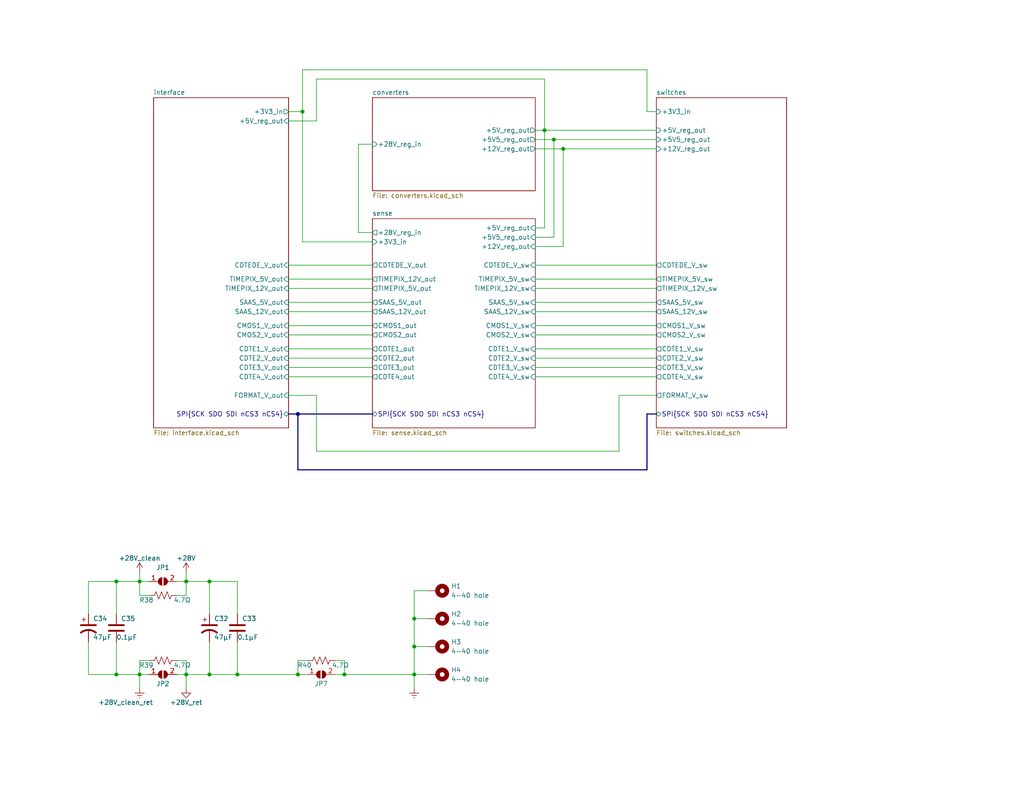
<source format=kicad_sch>
(kicad_sch (version 20230121) (generator eeschema)
  (paper "USLetter")
  (title_block (title "FOXSI-4 Power") (date "2023-05-31") (rev "2") (company "University of Minnesota"))
  (lib_symbols
    (symbol "Device:C" (pin_numbers hide) (pin_names (offset 0.254))
      (property "Reference" "C" (at 0.635 2.54 0))
      (property "Value" "C" (at 0.635 -2.54 0))
      (symbol "C_0_1"
        (polyline (pts (xy -2.032 -0.762) (xy 2.032 -0.762)) (stroke (width 0.508)))
        (polyline (pts (xy -2.032 0.762) (xy 2.032 0.762)) (stroke (width 0.508)))
      )
      (symbol "C_1_1"
        (pin passive line (at 0 3.81 270) (length 2.794) (name "~") (number "1"))
        (pin passive line (at 0 -3.81 90) (length 2.794) (name "~") (number "2"))
      )
    )
    (symbol "Device:C_Polarized_US" (pin_numbers hide) (pin_names (offset 0.254) hide)
      (property "Reference" "C" (at 0.635 2.54 0))
      (property "Value" "C_Polarized_US" (at 0.635 -2.54 0))
      (symbol "C_Polarized_US_0_1"
        (polyline (pts (xy -2.032 0.762) (xy 2.032 0.762)) (stroke (width 0.508)))
        (polyline (pts (xy -1.778 2.286) (xy -0.762 2.286)))
        (polyline (pts (xy -1.27 1.778) (xy -1.27 2.794)))
        (arc (start 2.032 -1.27) (mid 0 -0.5572) (end -2.032 -1.27) (stroke (width 0.508)))
      )
      (symbol "C_Polarized_US_1_1"
        (pin passive line (at 0 3.81 270) (length 2.794) (name "~") (number "1"))
        (pin passive line (at 0 -3.81 90) (length 3.302) (name "~") (number "2"))
      )
    )
    (symbol "Device:R_US" (pin_numbers hide) (pin_names (offset 0))
      (property "Reference" "R" (at 2.54 0 90))
      (property "Value" "R_US" (at -2.54 0 90))
      (symbol "R_US_0_1"
        (polyline (pts (xy 0 -2.286) (xy 0 -2.54)))
        (polyline (pts (xy 0 2.286) (xy 0 2.54)))
        (polyline (pts (xy 0 -0.762) (xy 1.016 -1.143) (xy 0 -1.524) (xy -1.016 -1.905) (xy 0 -2.286)))
        (polyline (pts (xy 0 0.762) (xy 1.016 0.381) (xy 0 0) (xy -1.016 -0.381) (xy 0 -0.762)))
        (polyline (pts (xy 0 2.286) (xy 1.016 1.905) (xy 0 1.524) (xy -1.016 1.143) (xy 0 0.762)))
      )
      (symbol "R_US_1_1"
        (pin passive line (at 0 3.81 270) (length 1.27) (name "~") (number "1"))
        (pin passive line (at 0 -3.81 90) (length 1.27) (name "~") (number "2"))
      )
    )
    (symbol "Jumper:SolderJumper_2_Open" (pin_names (offset 0) hide)
      (property "Reference" "JP" (at 0 2.032 0))
      (property "Value" "SolderJumper_2_Open" (at 0 -2.54 0))
      (symbol "SolderJumper_2_Open_0_1"
        (arc (start -0.254 1.016) (mid -1.2656 0) (end -0.254 -1.016))
        (arc (start -0.254 1.016) (mid -1.2656 0) (end -0.254 -1.016) (fill (type outline)))
        (polyline (pts (xy -0.254 1.016) (xy -0.254 -1.016)))
        (polyline (pts (xy 0.254 1.016) (xy 0.254 -1.016)))
        (arc (start 0.254 -1.016) (mid 1.2656 0) (end 0.254 1.016))
        (arc (start 0.254 -1.016) (mid 1.2656 0) (end 0.254 1.016) (fill (type outline)))
      )
      (symbol "SolderJumper_2_Open_1_1"
        (pin passive line (at -3.81 0 0) (length 2.54) (name "A") (number "1"))
        (pin passive line (at 3.81 0 180) (length 2.54) (name "B") (number "2"))
      )
    )
    (symbol "Mechanical:MountingHole_Pad" (pin_numbers hide) (pin_names (offset 1.016) hide)
      (property "Reference" "H" (at 0 6.35 0))
      (property "Value" "MountingHole_Pad" (at 0 4.445 0))
      (symbol "MountingHole_Pad_0_1"
        (circle (center 0 1.27) (radius 1.27) (stroke (width 1.27)))
      )
      (symbol "MountingHole_Pad_1_1"
        (pin input line (at 0 -2.54 90) (length 2.54) (name "1") (number "1"))
      )
    )
    (symbol "power:+28V" (power) (pin_names (offset 0))
      (property "Value" "+28V" (at 0 3.81 0))
      (symbol "+28V_0_1"
        (polyline (pts (xy -0.762 1.27) (xy 0 2.54)))
        (polyline (pts (xy 0 0) (xy 0 2.54)))
        (polyline (pts (xy 0 2.54) (xy 0.762 1.27)))
      )
      (symbol "+28V_1_1"
        (pin power_in line (at 0 0 90) (length 0) hide (name "+28V") (number "1"))
      )
    )
    (symbol "power:+28V_clean" (power) (pin_names (offset 0))
      (property "Value" "+28V_clean" (at 0 3.556 0))
      (symbol "+28V_clean_0_1"
        (polyline (pts (xy -0.762 1.27) (xy 0 2.54)))
        (polyline (pts (xy 0 0) (xy 0 2.54)))
        (polyline (pts (xy 0 2.54) (xy 0.762 1.27)))
      )
      (symbol "+28V_clean_1_1"
        (pin power_in line (at 0 0 90) (length 0) hide (name "+28V_clean") (number "1"))
      )
    )
    (symbol "power:+28V_clean_ret" (power) (pin_names (offset 0))
      (symbol "+28V_clean_ret_0_1"
        (polyline (pts (xy -0.635 -1.905) (xy 0.635 -1.905)))
        (polyline (pts (xy -0.127 -2.54) (xy 0.127 -2.54)))
        (polyline (pts (xy 0 -1.27) (xy 0 0)))
        (polyline (pts (xy 1.27 -1.27) (xy -1.27 -1.27)))
      )
      (symbol "+28V_clean_ret_1_1"
        (pin power_in line (at 0 0 270) (length 0) hide (name "+28V_clean_ret") (number "1"))
      )
    )
    (symbol "power:+28V_ret" (power) (pin_names (offset 0))
      (property "Value" "+28V_ret" (at 0 -3.81 0))
      (symbol "+28V_ret_0_1"
        (polyline (pts (xy 0 0) (xy 0 -1.27) (xy 1.27 -1.27) (xy 0 -2.54) (xy -1.27 -1.27) (xy 0 -1.27)))
      )
      (symbol "+28V_ret_1_1"
        (pin power_in line (at 0 0 270) (length 0) hide (name "+28V_ret") (number "1"))
      )
    )
    (symbol "power:Earth" (power) (pin_names (offset 0))
      (symbol "Earth_0_1"
        (polyline (pts (xy -0.635 -1.905) (xy 0.635 -1.905)))
        (polyline (pts (xy -0.127 -2.54) (xy 0.127 -2.54)))
        (polyline (pts (xy 0 -1.27) (xy 0 0)))
        (polyline (pts (xy 1.27 -1.27) (xy -1.27 -1.27)))
      )
      (symbol "Earth_1_1"
        (pin power_in line (at 0 0 270) (length 0) hide (name "Earth") (number "1"))
      )
    )
  )
  (junction (at 153.67 40.64))
  (junction (at 64.77 184.15))
  (junction (at 148.59 35.56))
  (junction (at 50.8 184.15))
  (junction (at 31.75 158.75))
  (junction (at 113.03 176.53))
  (junction (at 151.13 38.1))
  (junction (at 38.1 158.75))
  (junction (at 81.28 184.15))
  (junction (at 50.8 158.75))
  (junction (at 93.98 184.15))
  (junction (at 38.1 184.15))
  (junction (at 57.15 158.75))
  (junction (at 113.03 184.15))
  (junction (at 31.75 184.15))
  (junction (at 57.15 184.15))
  (junction (at 81.28 113.03))
  (junction (at 113.03 168.91))
  (junction (at 82.55 30.48))
  (wire (pts (xy 101.6 63.5) (xy 97.79 63.5)))
  (wire (pts (xy 38.1 158.75) (xy 38.1 162.56)))
  (wire (pts (xy 113.03 168.91) (xy 116.84 168.91)))
  (wire (pts (xy 146.05 38.1) (xy 151.13 38.1)))
  (wire (pts (xy 97.79 63.5) (xy 97.79 39.37)))
  (wire (pts (xy 151.13 38.1) (xy 179.07 38.1)))
  (wire (pts (xy 83.82 180.34) (xy 81.28 180.34)))
  (wire (pts (xy 50.8 158.75) (xy 50.8 162.56)))
  (wire (pts (xy 86.36 21.59) (xy 148.59 21.59)))
  (wire (pts (xy 148.59 21.59) (xy 148.59 35.56)))
  (wire (pts (xy 64.77 175.26) (xy 64.77 184.15)))
  (wire (pts (xy 78.74 33.02) (xy 86.36 33.02)))
  (wire (pts (xy 50.8 184.15) (xy 50.8 187.96)))
  (wire (pts (xy 148.59 35.56) (xy 179.07 35.56)))
  (wire (pts (xy 78.74 82.55) (xy 101.6 82.55)))
  (wire (pts (xy 146.05 72.39) (xy 179.07 72.39)))
  (wire (pts (xy 153.67 67.31) (xy 146.05 67.31)))
  (wire (pts (xy 153.67 40.64) (xy 179.07 40.64)))
  (wire (pts (xy 57.15 158.75) (xy 57.15 167.64)))
  (wire (pts (xy 146.05 78.74) (xy 179.07 78.74)))
  (wire (pts (xy 86.36 107.95) (xy 78.74 107.95)))
  (wire (pts (xy 31.75 158.75) (xy 38.1 158.75)))
  (wire (pts (xy 64.77 184.15) (xy 57.15 184.15)))
  (bus (pts (xy 81.28 113.03) (xy 101.6 113.03)))
  (wire (pts (xy 78.74 102.87) (xy 101.6 102.87)))
  (wire (pts (xy 146.05 85.09) (xy 179.07 85.09)))
  (wire (pts (xy 113.03 184.15) (xy 116.84 184.15)))
  (wire (pts (xy 81.28 180.34) (xy 81.28 184.15)))
  (wire (pts (xy 146.05 88.9) (xy 179.07 88.9)))
  (wire (pts (xy 176.53 19.05) (xy 82.55 19.05)))
  (wire (pts (xy 57.15 184.15) (xy 57.15 175.26)))
  (wire (pts (xy 50.8 162.56) (xy 48.26 162.56)))
  (wire (pts (xy 24.13 158.75) (xy 24.13 167.64)))
  (wire (pts (xy 81.28 184.15) (xy 83.82 184.15)))
  (wire (pts (xy 146.05 64.77) (xy 151.13 64.77)))
  (wire (pts (xy 168.91 123.19) (xy 86.36 123.19)))
  (wire (pts (xy 168.91 107.95) (xy 168.91 123.19)))
  (wire (pts (xy 78.74 100.33) (xy 101.6 100.33)))
  (wire (pts (xy 146.05 95.25) (xy 179.07 95.25)))
  (wire (pts (xy 64.77 167.64) (xy 64.77 158.75)))
  (wire (pts (xy 146.05 100.33) (xy 179.07 100.33)))
  (wire (pts (xy 50.8 184.15) (xy 57.15 184.15)))
  (wire (pts (xy 38.1 180.34) (xy 40.64 180.34)))
  (wire (pts (xy 78.74 72.39) (xy 101.6 72.39)))
  (wire (pts (xy 86.36 33.02) (xy 86.36 21.59)))
  (wire (pts (xy 176.53 30.48) (xy 176.53 19.05)))
  (wire (pts (xy 146.05 35.56) (xy 148.59 35.56)))
  (wire (pts (xy 146.05 97.79) (xy 179.07 97.79)))
  (wire (pts (xy 78.74 85.09) (xy 101.6 85.09)))
  (wire (pts (xy 50.8 180.34) (xy 50.8 184.15)))
  (wire (pts (xy 179.07 107.95) (xy 168.91 107.95)))
  (wire (pts (xy 148.59 35.56) (xy 148.59 62.23)))
  (wire (pts (xy 93.98 180.34) (xy 93.98 184.15)))
  (wire (pts (xy 113.03 168.91) (xy 113.03 161.29)))
  (wire (pts (xy 31.75 184.15) (xy 38.1 184.15)))
  (wire (pts (xy 24.13 184.15) (xy 31.75 184.15)))
  (wire (pts (xy 86.36 123.19) (xy 86.36 107.95)))
  (wire (pts (xy 31.75 184.15) (xy 31.75 175.26)))
  (wire (pts (xy 91.44 184.15) (xy 93.98 184.15)))
  (wire (pts (xy 146.05 76.2) (xy 179.07 76.2)))
  (wire (pts (xy 31.75 167.64) (xy 31.75 158.75)))
  (wire (pts (xy 78.74 78.74) (xy 101.6 78.74)))
  (wire (pts (xy 48.26 184.15) (xy 50.8 184.15)))
  (wire (pts (xy 78.74 76.2) (xy 101.6 76.2)))
  (wire (pts (xy 78.74 88.9) (xy 101.6 88.9)))
  (wire (pts (xy 113.03 176.53) (xy 116.84 176.53)))
  (bus (pts (xy 81.28 128.27) (xy 176.53 128.27)))
  (wire (pts (xy 179.07 30.48) (xy 176.53 30.48)))
  (wire (pts (xy 78.74 30.48) (xy 82.55 30.48)))
  (wire (pts (xy 78.74 97.79) (xy 101.6 97.79)))
  (wire (pts (xy 50.8 158.75) (xy 57.15 158.75)))
  (wire (pts (xy 113.03 184.15) (xy 113.03 176.53)))
  (wire (pts (xy 24.13 175.26) (xy 24.13 184.15)))
  (wire (pts (xy 38.1 162.56) (xy 40.64 162.56)))
  (wire (pts (xy 148.59 62.23) (xy 146.05 62.23)))
  (wire (pts (xy 78.74 95.25) (xy 101.6 95.25)))
  (wire (pts (xy 38.1 184.15) (xy 38.1 187.96)))
  (wire (pts (xy 38.1 158.75) (xy 40.64 158.75)))
  (wire (pts (xy 146.05 40.64) (xy 153.67 40.64)))
  (wire (pts (xy 50.8 180.34) (xy 48.26 180.34)))
  (wire (pts (xy 64.77 184.15) (xy 81.28 184.15)))
  (wire (pts (xy 113.03 176.53) (xy 113.03 168.91)))
  (wire (pts (xy 97.79 39.37) (xy 101.6 39.37)))
  (wire (pts (xy 40.64 184.15) (xy 38.1 184.15)))
  (wire (pts (xy 153.67 40.64) (xy 153.67 67.31)))
  (wire (pts (xy 91.44 180.34) (xy 93.98 180.34)))
  (wire (pts (xy 50.8 156.21) (xy 50.8 158.75)))
  (bus (pts (xy 176.53 128.27) (xy 176.53 113.03)))
  (wire (pts (xy 82.55 30.48) (xy 82.55 66.04)))
  (wire (pts (xy 146.05 91.44) (xy 179.07 91.44)))
  (wire (pts (xy 82.55 19.05) (xy 82.55 30.48)))
  (wire (pts (xy 113.03 161.29) (xy 116.84 161.29)))
  (bus (pts (xy 81.28 113.03) (xy 81.28 128.27)))
  (wire (pts (xy 113.03 187.96) (xy 113.03 184.15)))
  (wire (pts (xy 93.98 184.15) (xy 113.03 184.15)))
  (wire (pts (xy 146.05 102.87) (xy 179.07 102.87)))
  (wire (pts (xy 38.1 180.34) (xy 38.1 184.15)))
  (wire (pts (xy 64.77 158.75) (xy 57.15 158.75)))
  (wire (pts (xy 50.8 158.75) (xy 48.26 158.75)))
  (wire (pts (xy 151.13 38.1) (xy 151.13 64.77)))
  (bus (pts (xy 78.74 113.03) (xy 81.28 113.03)))
  (bus (pts (xy 176.53 113.03) (xy 179.07 113.03)))
  (wire (pts (xy 78.74 91.44) (xy 101.6 91.44)))
  (wire (pts (xy 82.55 66.04) (xy 101.6 66.04)))
  (wire (pts (xy 146.05 82.55) (xy 179.07 82.55)))
  (wire (pts (xy 38.1 156.21) (xy 38.1 158.75)))
  (wire (pts (xy 31.75 158.75) (xy 24.13 158.75)))
  (symbol (lib_id "Mechanical:MountingHole_Pad") (at 119.38 168.91 270) (unit 1)
    (property "Reference" "H2" (at 124.46 167.64 90))
    (property "Value" "4-40 hole" (at 128.27 170.18 90))
    (property "Footprint" "MountingHole:MountingHole_0.116in_Pad" (effects hide))
  )
  (symbol (lib_id "power:Earth") (at 113.03 187.96 0) (unit 1)
    (property "Reference" "#PWR026" (effects hide))
    (property "Value" "Earth" (effects hide))
  )
  (symbol (lib_id "Jumper:SolderJumper_2_Open") (at 44.45 158.75 0) (unit 1)
    (property "Reference" "JP1" (at 44.45 154.94 0))
    (property "Value" "SHORT_CLEAN+28V" (effects hide))
    (property "Footprint" "Jumper:SolderJumper-2_P1.3mm_Open_RoundedPad1.0x1.5mm" (effects hide))
  )
  (symbol (lib_id "power:+28V_clean_ret") (at 38.1 187.96 0) (unit 1)
    (property "Reference" "#PWR08" (effects hide))
    (property "Value" "+28V_clean_ret" (at 34.29 191.77 0))
  )
  (symbol (lib_id "Mechanical:MountingHole_Pad") (at 119.38 184.15 270) (unit 1)
    (property "Reference" "H4" (at 124.46 182.88 90))
    (property "Value" "4-40 hole" (at 128.27 185.42 90))
    (property "Footprint" "MountingHole:MountingHole_0.116in_Pad" (effects hide))
  )
  (symbol (lib_id "Jumper:SolderJumper_2_Open") (at 87.63 184.15 0) (unit 1)
    (property "Reference" "JP7" (at 87.63 186.69 0))
    (property "Value" "SHORT_CHASSIS" (effects hide))
    (property "Footprint" "Jumper:SolderJumper-2_P1.3mm_Open_RoundedPad1.0x1.5mm" (effects hide))
  )
  (symbol (lib_id "Jumper:SolderJumper_2_Open") (at 44.45 184.15 0) (unit 1)
    (property "Reference" "JP2" (at 44.45 186.69 0))
    (property "Value" "SHORT_CLEAN_RETURN" (effects hide))
    (property "Footprint" "Jumper:SolderJumper-2_P1.3mm_Open_RoundedPad1.0x1.5mm" (effects hide))
  )
  (symbol (lib_id "power:+28V") (at 50.8 156.21 0) (unit 1)
    (property "Reference" "#PWR07" (effects hide))
    (property "Value" "+28V" (at 50.8 152.4 0))
  )
  (symbol (lib_id "power:+28V_clean") (at 38.1 156.21 0) (unit 1)
    (property "Reference" "#PWR06" (effects hide))
    (property "Value" "+28V_clean" (at 38.1 152.4 0))
  )
  (symbol (lib_id "Device:C_Polarized_US") (at 57.15 171.45 0) (unit 1)
    (property "Reference" "C32" (at 58.42 168.91 0) (effects (justify left)))
    (property "Value" "47µF" (at 58.42 173.99 0) (effects (justify left)))
    (property "Footprint" "Capacitor_Tantalum_SMD:CP_EIA-7343-15_Kemet-W" (effects hide))
    (property "Datasheet" "https://connect.kemet.com:7667/gateway/IntelliData-ComponentDocumentation/1.0/download/datasheet/T495X476K025ATE080" (effects hide))
    (property "Digikey" "399-5205-1-ND" (effects hide))
  )
  (symbol (lib_id "Mechanical:MountingHole_Pad") (at 119.38 176.53 270) (unit 1)
    (property "Reference" "H3" (at 124.46 175.26 90))
    (property "Value" "4-40 hole" (at 128.27 177.8 90))
    (property "Footprint" "MountingHole:MountingHole_0.116in_Pad" (effects hide))
  )
  (symbol (lib_id "Device:C_Polarized_US") (at 24.13 171.45 0) (unit 1)
    (property "Reference" "C34" (at 25.4 168.91 0) (effects (justify left)))
    (property "Value" "47µF" (at 25.4 173.99 0) (effects (justify left)))
    (property "Footprint" "Capacitor_Tantalum_SMD:CP_EIA-7343-15_Kemet-W" (effects hide))
    (property "Datasheet" "https://connect.kemet.com:7667/gateway/IntelliData-ComponentDocumentation/1.0/download/datasheet/T495X476K025ATE080" (effects hide))
    (property "Digikey" "399-5205-1-ND" (effects hide))
  )
  (symbol (lib_id "Mechanical:MountingHole_Pad") (at 119.38 161.29 270) (unit 1)
    (property "Reference" "H1" (at 124.46 160.02 90))
    (property "Value" "4-40 hole" (at 128.27 162.56 90))
    (property "Footprint" "MountingHole:MountingHole_0.116in_Pad" (effects hide))
  )
  (symbol (lib_id "Device:R_US") (at 87.63 180.34 90) (unit 1)
    (property "Reference" "R40" (at 85.09 181.61 90) (effects (justify left)))
    (property "Value" "4.7Ω" (at 95.25 181.61 90) (effects (justify left)))
    (property "Footprint" "Resistor_SMD:R_1210_3225Metric" (effects hide))
  )
  (symbol (lib_id "power:+28V_ret") (at 50.8 187.96 0) (unit 1)
    (property "Reference" "#PWR09" (effects hide))
    (property "Value" "+28V_ret" (at 50.8 191.77 0))
  )
  (symbol (lib_id "Device:C") (at 31.75 171.45 0) (unit 1)
    (property "Reference" "C35" (at 33.02 168.91 0) (effects (justify left)))
    (property "Value" "0.1µF" (at 31.75 173.99 0) (effects (justify left)))
    (property "Footprint" "Resistor_SMD:R_0603_1608Metric" (effects hide))
  )
  (symbol (lib_id "Device:R_US") (at 44.45 180.34 90) (unit 1)
    (property "Reference" "R39" (at 41.91 181.61 90) (effects (justify left)))
    (property "Value" "4.7Ω" (at 52.07 181.61 90) (effects (justify left)))
    (property "Footprint" "Resistor_SMD:R_1210_3225Metric" (effects hide))
  )
  (symbol (lib_id "Device:C") (at 64.77 171.45 0) (unit 1)
    (property "Reference" "C33" (at 66.04 168.91 0) (effects (justify left)))
    (property "Value" "0.1µF" (at 64.77 173.99 0) (effects (justify left)))
    (property "Footprint" "Resistor_SMD:R_0603_1608Metric" (effects hide))
  )
  (symbol (lib_id "Device:R_US") (at 44.45 162.56 90) (unit 1)
    (property "Reference" "R38" (at 41.91 163.83 90) (effects (justify left)))
    (property "Value" "4.7Ω" (at 52.07 163.83 90) (effects (justify left)))
    (property "Footprint" "Resistor_SMD:R_1210_3225Metric" (effects hide))
  )
  (sheet (at 101.6 26.67) (size 44.45 25.4) (stroke (width 0.1524))
    (property "Sheetname" "converters" (at 101.6 25.9584 0) (effects (justify left bottom)))
    (property "Sheetfile" "converters.kicad_sch" (at 101.6 52.6546 0) (effects (justify left top)))
    (pin "+28V_reg_in" input (at 101.6 39.37 180))
    (pin "+12V_reg_out" output (at 146.05 40.64 0))
    (pin "+5V_reg_out" output (at 146.05 35.56 0))
    (pin "+5V5_reg_out" output (at 146.05 38.1 0))
  )
  (sheet (at 179.07 26.67) (size 35.56 90.17) (stroke (width 0.1524))
    (property "Sheetname" "switches" (at 179.07 25.9584 0) (effects (justify left bottom)))
    (property "Sheetfile" "switches.kicad_sch" (at 179.07 117.4246 0) (effects (justify left top)))
    (pin "SPI{SCK SDO SDI nCS3 nCS4}" bidirectional (at 179.07 113.03 180))
    (pin "CDTEDE_V_sw" output (at 179.07 72.39 180))
    (pin "TIMEPIX_5V_sw" output (at 179.07 76.2 180))
    (pin "TIMEPIX_12V_sw" output (at 179.07 78.74 180))
    (pin "+12V_reg_out" input (at 179.07 40.64 180))
    (pin "SAAS_12V_sw" output (at 179.07 85.09 180))
    (pin "SAAS_5V_sw" output (at 179.07 82.55 180))
    (pin "CMOS2_V_sw" output (at 179.07 91.44 180))
    (pin "CMOS1_V_sw" output (at 179.07 88.9 180))
    (pin "CDTE2_V_sw" output (at 179.07 97.79 180))
    (pin "CDTE3_V_sw" output (at 179.07 100.33 180))
    (pin "CDTE4_V_sw" output (at 179.07 102.87 180))
    (pin "CDTE1_V_sw" output (at 179.07 95.25 180))
    (pin "+5V_reg_out" input (at 179.07 35.56 180))
    (pin "+5V5_reg_out" input (at 179.07 38.1 180))
    (pin "+3V3_in" input (at 179.07 30.48 180))
    (pin "FORMAT_V_sw" output (at 179.07 107.95 180))
  )
  (sheet (at 101.6 59.69) (size 44.45 57.15) (stroke (width 0.1524))
    (property "Sheetname" "sense" (at 101.6 58.9784 0) (effects (justify left bottom)))
    (property "Sheetfile" "sense.kicad_sch" (at 101.6 117.4246 0) (effects (justify left top)))
    (pin "CDTEDE_V_sw" input (at 146.05 72.39 0))
    (pin "CDTEDE_V_out" output (at 101.6 72.39 180))
    (pin "TIMEPIX_12V_sw" input (at 146.05 78.74 0))
    (pin "TIMEPIX_5V_sw" input (at 146.05 76.2 0))
    (pin "SAAS_5V_sw" input (at 146.05 82.55 0))
    (pin "SAAS_5V_out" output (at 101.6 82.55 180))
    (pin "SAAS_12V_sw" input (at 146.05 85.09 0))
    (pin "SAAS_12V_out" output (at 101.6 85.09 180))
    (pin "CDTE3_V_sw" input (at 146.05 100.33 0))
    (pin "CDTE3_out" output (at 101.6 100.33 180))
    (pin "CDTE4_V_sw" input (at 146.05 102.87 0))
    (pin "CDTE4_out" output (at 101.6 102.87 180))
    (pin "CMOS1_V_sw" input (at 146.05 88.9 0))
    (pin "CMOS2_out" output (at 101.6 91.44 180))
    (pin "CMOS1_out" output (at 101.6 88.9 180))
    (pin "CDTE1_out" output (at 101.6 95.25 180))
    (pin "CDTE1_V_sw" input (at 146.05 95.25 0))
    (pin "CDTE2_out" output (at 101.6 97.79 180))
    (pin "CDTE2_V_sw" input (at 146.05 97.79 0))
    (pin "CMOS2_V_sw" input (at 146.05 91.44 0))
    (pin "SPI{SCK SDO SDI nCS3 nCS4}" bidirectional (at 101.6 113.03 180))
    (pin "+5V_reg_out" input (at 146.05 62.23 0))
    (pin "+28V_reg_in" output (at 101.6 63.5 180))
    (pin "+3V3_in" input (at 101.6 66.04 180))
    (pin "+12V_reg_out" input (at 146.05 67.31 0))
    (pin "+5V5_reg_out" input (at 146.05 64.77 0))
    (pin "TIMEPIX_5V_out" output (at 101.6 78.74 180))
    (pin "TIMEPIX_12V_out" output (at 101.6 76.2 180))
  )
  (sheet (at 41.91 26.67) (size 36.83 90.17) (stroke (width 0.1524))
    (property "Sheetname" "interface" (at 41.91 25.9584 0) (effects (justify left bottom)))
    (property "Sheetfile" "interface.kicad_sch" (at 41.91 117.4246 0) (effects (justify left top)))
    (pin "SPI{SCK SDO SDI nCS3 nCS4}" bidirectional (at 78.74 113.03 0))
    (pin "+3V3_in" output (at 78.74 30.48 0))
    (pin "CMOS2_V_out" input (at 78.74 91.44 0))
    (pin "CDTE1_V_out" input (at 78.74 95.25 0))
    (pin "CDTE2_V_out" input (at 78.74 97.79 0))
    (pin "CDTE3_V_out" input (at 78.74 100.33 0))
    (pin "CDTE4_V_out" input (at 78.74 102.87 0))
    (pin "CMOS1_V_out" input (at 78.74 88.9 0))
    (pin "SAAS_5V_out" input (at 78.74 82.55 0))
    (pin "SAAS_12V_out" input (at 78.74 85.09 0))
    (pin "TIMEPIX_5V_out" input (at 78.74 76.2 0))
    (pin "CDTEDE_V_out" input (at 78.74 72.39 0))
    (pin "TIMEPIX_12V_out" input (at 78.74 78.74 0))
    (pin "+5V_reg_out" input (at 78.74 33.02 0))
    (pin "FORMAT_V_out" input (at 78.74 107.95 0))
  )
)
</source>
